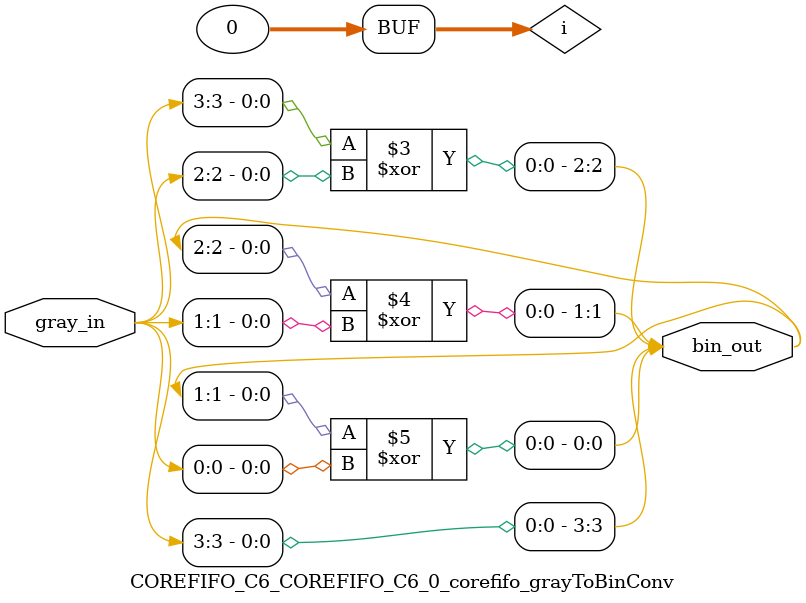
<source format=v>

`timescale 1ns / 100ps

module COREFIFO_C6_COREFIFO_C6_0_corefifo_grayToBinConv(
                                         gray_in,
                                         bin_out
                                        );

   // --------------------------------------------------------------------------
   // Parameter Declaration
   // --------------------------------------------------------------------------
   parameter ADDRWIDTH  = 3;
  // parameter SYNC_RESET = 0;   

   // --------------------------------------------------------------------------
   // I/O Declaration
   // --------------------------------------------------------------------------

   //--------
   // Inputs
   //--------
   input [ADDRWIDTH:0]    gray_in;

   //---------
   // Outputs
   //---------
   output [ADDRWIDTH:0] bin_out;

   // --------------------------------------------------------------------------
   // Internal signals
   // --------------------------------------------------------------------------
   reg [ADDRWIDTH:0]      bin_out;   
   integer                i;
   

   // --------------------------------------------------------------------------
   //                               Start - of - Code
   // --------------------------------------------------------------------------


   // --------------------------------------------------------------------------
   // Logic to Convert the Gray code to Binary
   // --------------------------------------------------------------------------
   always @(*) begin

      bin_out[ADDRWIDTH]  = gray_in[ADDRWIDTH];      

      for(i=ADDRWIDTH;i>0;i = i-1) begin
         bin_out[i-1]     = (bin_out[i] ^ gray_in[i-1]);
      end

   end

endmodule // corefifo_grayToBinConv

// --------------------------------------------------------------------------
//                             End - of - Code
// --------------------------------------------------------------------------

</source>
